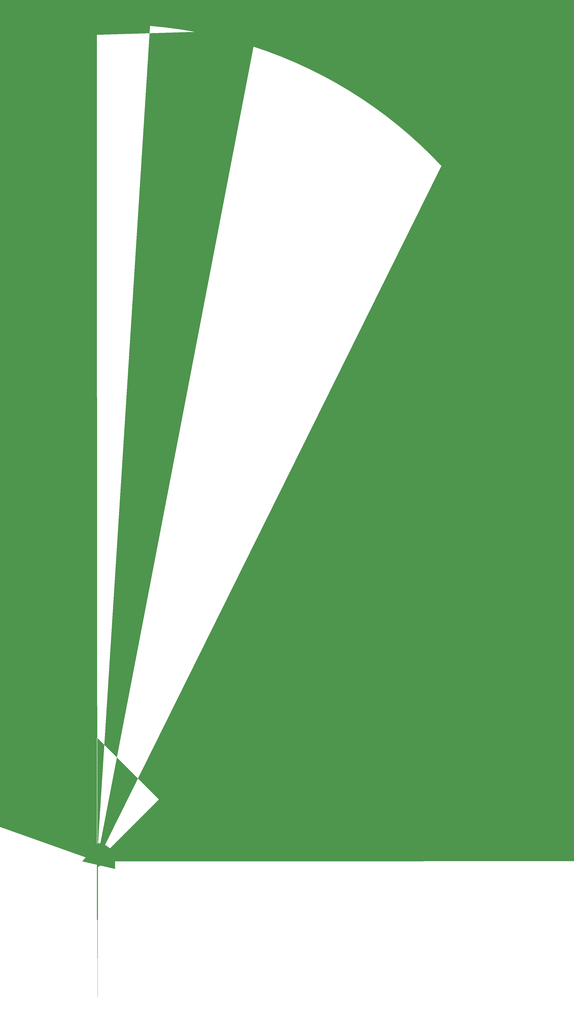
<source format=gbr>
%TF.GenerationSoftware,KiCad,Pcbnew,9.0.5*%
%TF.CreationDate,2025-10-30T23:13:02+01:00*%
%TF.ProjectId,bms_18650,626d735f-3138-4363-9530-2e6b69636164,rev?*%
%TF.SameCoordinates,Original*%
%TF.FileFunction,Paste,Bot*%
%TF.FilePolarity,Positive*%
%FSLAX46Y46*%
G04 Gerber Fmt 4.6, Leading zero omitted, Abs format (unit mm)*
G04 Created by KiCad (PCBNEW 9.0.5) date 2025-10-30 23:13:02*
%MOMM*%
%LPD*%
G01*
G04 APERTURE LIST*
G04 Aperture macros list*
%AMFreePoly0*
4,1,107,0.168180,2.244211,0.302092,2.230136,0.434923,2.208078,0.566197,2.178115,0.695444,2.140356,0.822201,2.094935,0.946015,2.042014,1.066443,1.981783,1.183053,1.914458,1.295428,1.840280,1.403166,1.759514,1.505881,1.672450,1.603205,1.579399,1.694790,1.480693,1.780308,1.376688,1.859453,1.267754,1.931942,1.154282,1.997515,1.036677,2.055937,0.915362,2.107000,0.790770,
2.150520,0.663348,2.186342,0.533550,2.214337,0.401843,2.234405,0.268697,2.246475,0.134589,2.250504,0.000000,2.246475,-0.134589,2.234405,-0.268697,2.214337,-0.401843,2.186342,-0.533550,2.150520,-0.663348,2.107000,-0.790770,2.055937,-0.915362,1.997515,-1.036677,1.931942,-1.154282,1.859453,-1.267754,1.780308,-1.376688,1.694790,-1.480693,1.603205,-1.579399,1.505881,-1.672450,
1.403166,-1.759514,1.295428,-1.840280,1.183053,-1.914458,1.066443,-1.981783,0.946015,-2.042014,0.822201,-2.094935,0.695444,-2.140356,0.566197,-2.178115,0.434923,-2.208078,0.302092,-2.230136,0.168180,-2.244211,0.033666,-2.250252,-0.100968,-2.248237,-0.235242,-2.238175,-0.368673,-2.220101,-0.500784,-2.194079,-0.631103,-2.160203,-0.759162,-2.118594,-0.884504,-2.069400,-1.006680,-2.012799,
-1.125252,-1.948993,-1.239796,-1.878210,-1.349901,-1.800703,-1.455175,-1.716751,-1.555239,-1.626652,-1.649736,-1.530731,-1.738327,-1.429330,-1.820696,-1.322813,-1.896546,-1.211560,-1.965608,-1.095970,-2.027634,-0.976457,-2.082401,-0.853448,-2.129713,-0.727384,-2.169402,-0.598717,-2.201325,-0.467906,-2.225367,-0.335420,-2.241444,-0.201734,-2.249496,-0.067325,-2.250000,0.000000,-2.249496,0.067325,
-2.241444,0.201734,-2.225367,0.335420,-2.201325,0.467906,-2.169402,0.598717,-2.129713,0.727384,-2.082401,0.853448,-2.027634,0.976457,-1.965608,1.095970,-1.896546,1.211560,-1.820696,1.322813,-1.738327,1.429330,-1.649736,1.530731,-1.555239,1.626652,-1.455175,1.716751,-1.349901,1.800703,-1.239796,1.878210,-1.125252,1.948993,-1.006680,2.012799,-0.884504,2.069400,-0.759162,2.118594,
-0.631103,2.160203,-0.500784,2.194079,-0.368673,2.220101,-0.235242,2.238175,-0.100968,2.248237,0.033666,2.250252,0.168180,2.244211,0.168180,2.244211,$1*%
%AMFreePoly1*
4,1,343,6.368032,7.491467,6.612949,7.475415,6.857210,7.451357,7.100552,7.419320,7.342716,7.379339,7.583443,7.331455,7.822473,7.275721,8.059552,7.212196,8.294426,7.140948,8.526843,7.062053,8.756554,6.975596,8.983313,6.881669,9.206878,6.780374,9.427008,6.671817,9.643469,6.556116,9.856029,6.433395,10.064459,6.303785,10.268537,6.167424,10.468044,6.024460,10.662766,5.875044,
10.852496,5.719337,11.037029,5.557505,11.216169,5.389723,11.389723,5.216169,11.557505,5.037029,11.719337,4.852496,11.875044,4.662766,12.024460,4.468044,12.167424,4.268537,12.303785,4.064459,12.433395,3.856029,12.556116,3.643469,12.671817,3.427008,12.780374,3.206878,12.881669,2.983313,12.975596,2.756554,13.062053,2.526843,13.140948,2.294426,13.212196,2.059552,13.275721,1.822473,
13.331455,1.583443,13.379339,1.342716,13.419320,1.100552,13.451357,0.857210,13.475415,0.612949,13.491467,0.368032,13.499498,0.122721,13.500000,0.000000,13.500412,0.000000,13.499910,-0.122721,13.491879,-0.368032,13.475827,-0.612949,13.451769,-0.857210,13.419732,-1.100552,13.379751,-1.342716,13.331867,-1.583443,13.276133,-1.822473,13.212608,-2.059552,13.141360,-2.294426,13.062465,-2.526843,
12.976008,-2.756554,12.882081,-2.983313,12.780786,-3.206878,12.672229,-3.427008,12.556528,-3.643469,12.433807,-3.856029,12.304197,-4.064459,12.167836,-4.268537,12.024872,-4.468044,11.875456,-4.662766,11.719749,-4.852496,11.557917,-5.037029,11.390135,-5.216169,11.216581,-5.389723,11.037441,-5.557505,10.852908,-5.719337,10.663178,-5.875044,10.468456,-6.024460,10.268949,-6.167424,10.064871,-6.303785,
9.856441,-6.433395,9.643881,-6.556116,9.427420,-6.671817,9.207290,-6.780374,8.983725,-6.881669,8.756966,-6.975596,8.527255,-7.062053,8.294838,-7.140948,8.059964,-7.212196,7.822885,-7.275721,7.583855,-7.331455,7.343128,-7.379339,7.100964,-7.419320,6.857622,-7.451357,6.613361,-7.475415,6.368444,-7.491467,6.123133,-7.499498,5.877691,-7.499498,5.632380,-7.491467,5.387463,-7.475415,
5.143202,-7.451357,4.899860,-7.419320,4.657696,-7.379339,4.416969,-7.331455,4.177939,-7.275721,3.940860,-7.212196,3.705986,-7.140948,3.473569,-7.062053,3.243858,-6.975596,3.017099,-6.881669,2.793534,-6.780374,2.573404,-6.671817,2.356943,-6.556116,2.144383,-6.433395,1.935953,-6.303785,1.731875,-6.167424,1.532368,-6.024460,1.337646,-5.875044,1.147916,-5.719337,0.963383,-5.557505,
0.784243,-5.389723,0.610689,-5.216169,0.442907,-5.037029,0.281075,-4.852496,0.125368,-4.662766,-0.024048,-4.468044,-0.167012,-4.268537,-0.303373,-4.064459,-0.432983,-3.856029,-0.555704,-3.643469,-0.671405,-3.427008,-0.779962,-3.206878,-0.881257,-2.983313,-0.975184,-2.756554,-1.061641,-2.526843,-1.140536,-2.294426,-1.211784,-2.059552,-1.275309,-1.822473,-1.331043,-1.583443,-1.378927,-1.342716,
-1.418908,-1.100552,-1.450945,-0.857210,-1.475003,-0.612949,-1.491055,-0.368032,-1.499086,-0.122721,-1.499588,0.000000,2.000000,0.000000,2.000412,0.000000,2.000916,-0.089764,2.008970,-0.269110,2.025063,-0.447914,2.049161,-0.625817,2.081217,-0.802459,2.121166,-0.977485,2.168927,-1.150542,2.224403,-1.321283,2.287485,-1.489362,2.358043,-1.654442,2.435937,-1.816191,2.521010,-1.974281,
2.613089,-2.128396,2.711990,-2.278225,2.817513,-2.423465,2.929447,-2.563825,3.047564,-2.699022,3.171629,-2.828783,3.301390,-2.952848,3.436587,-3.070965,3.576947,-3.182899,3.722187,-3.288422,3.872016,-3.387323,4.026131,-3.479402,4.184221,-3.564475,4.345970,-3.642369,4.511050,-3.712927,4.679129,-3.776009,4.849870,-3.831485,5.022927,-3.879246,5.197953,-3.919195,5.374595,-3.951251,
5.552498,-3.975349,5.731302,-3.991442,5.910648,-3.999496,6.090176,-3.999496,6.269522,-3.991442,6.448326,-3.975349,6.626229,-3.951251,6.802871,-3.919195,6.977897,-3.879246,7.150954,-3.831485,7.321695,-3.776009,7.489774,-3.712927,7.654854,-3.642369,7.816603,-3.564475,7.974693,-3.479402,8.128808,-3.387323,8.278637,-3.288422,8.423877,-3.182899,8.564237,-3.070965,8.699434,-2.952848,
8.829195,-2.828783,8.953260,-2.699022,9.071377,-2.563825,9.183311,-2.423465,9.288834,-2.278225,9.387735,-2.128396,9.479814,-1.974281,9.564887,-1.816191,9.642781,-1.654442,9.713339,-1.489362,9.776421,-1.321283,9.831897,-1.150542,9.879658,-0.977485,9.919607,-0.802459,9.951663,-0.625817,9.975761,-0.447914,9.991854,-0.269110,9.999908,-0.089764,10.000412,0.000000,10.000000,0.000000,
9.999496,0.089764,9.991442,0.269110,9.975349,0.447914,9.951251,0.625817,9.919195,0.802459,9.879246,0.977485,9.831485,1.150542,9.776009,1.321283,9.712927,1.489362,9.642369,1.654442,9.564475,1.816191,9.479402,1.974281,9.387323,2.128396,9.288422,2.278225,9.182899,2.423465,9.070965,2.563825,8.952848,2.699022,8.828783,2.828783,8.699022,2.952848,8.563825,3.070965,
8.423465,3.182899,8.278225,3.288422,8.128396,3.387323,7.974281,3.479402,7.816191,3.564475,7.654442,3.642369,7.489362,3.712927,7.321283,3.776009,7.150542,3.831485,6.977485,3.879246,6.802459,3.919195,6.625817,3.951251,6.447914,3.975349,6.269110,3.991442,6.089764,3.999496,5.910236,3.999496,5.730890,3.991442,5.552086,3.975349,5.374183,3.951251,5.197541,3.919195,
5.022515,3.879246,4.849458,3.831485,4.678717,3.776009,4.510638,3.712927,4.345558,3.642369,4.183809,3.564475,4.025719,3.479402,3.871604,3.387323,3.721775,3.288422,3.576535,3.182899,3.436175,3.070965,3.300978,2.952848,3.171217,2.828783,3.047152,2.699022,2.929035,2.563825,2.817101,2.423465,2.711578,2.278225,2.612677,2.128396,2.520598,1.974281,2.435525,1.816191,
2.357631,1.654442,2.287073,1.489362,2.223991,1.321283,2.168515,1.150542,2.120754,0.977485,2.080805,0.802459,2.048749,0.625817,2.024651,0.447914,2.008558,0.269110,2.000504,0.089764,2.000000,0.000000,-1.499588,0.000000,-1.500000,0.000000,-1.499498,0.122721,-1.491467,0.368032,-1.475415,0.612949,-1.451357,0.857210,-1.419320,1.100552,-1.379339,1.342716,-1.331455,1.583443,
-1.275721,1.822473,-1.212196,2.059552,-1.140948,2.294426,-1.062053,2.526843,-0.975596,2.756554,-0.881669,2.983313,-0.780374,3.206878,-0.671817,3.427008,-0.556116,3.643469,-0.433395,3.856029,-0.303785,4.064459,-0.167424,4.268537,-0.024460,4.468044,0.124956,4.662766,0.280663,4.852496,0.442495,5.037029,0.610277,5.216169,0.783831,5.389723,0.962971,5.557505,1.147504,5.719337,
1.337234,5.875044,1.531956,6.024460,1.731463,6.167424,1.935541,6.303785,2.143971,6.433395,2.356531,6.556116,2.572992,6.671817,2.793122,6.780374,3.016687,6.881669,3.243446,6.975596,3.473157,7.062053,3.705574,7.140948,3.940448,7.212196,4.177527,7.275721,4.416557,7.331455,4.657284,7.379339,4.899448,7.419320,5.142790,7.451357,5.387051,7.475415,5.631968,7.491467,
5.877279,7.499498,6.122721,7.499498,6.368032,7.491467,6.368032,7.491467,$1*%
G04 Aperture macros list end*
%ADD10FreePoly0,0.000000*%
%ADD11FreePoly1,0.000000*%
G04 APERTURE END LIST*
D10*
%TO.C,J1*%
X150000000Y-100000000D03*
D11*
X144000000Y-100000000D03*
%TD*%
M02*

</source>
